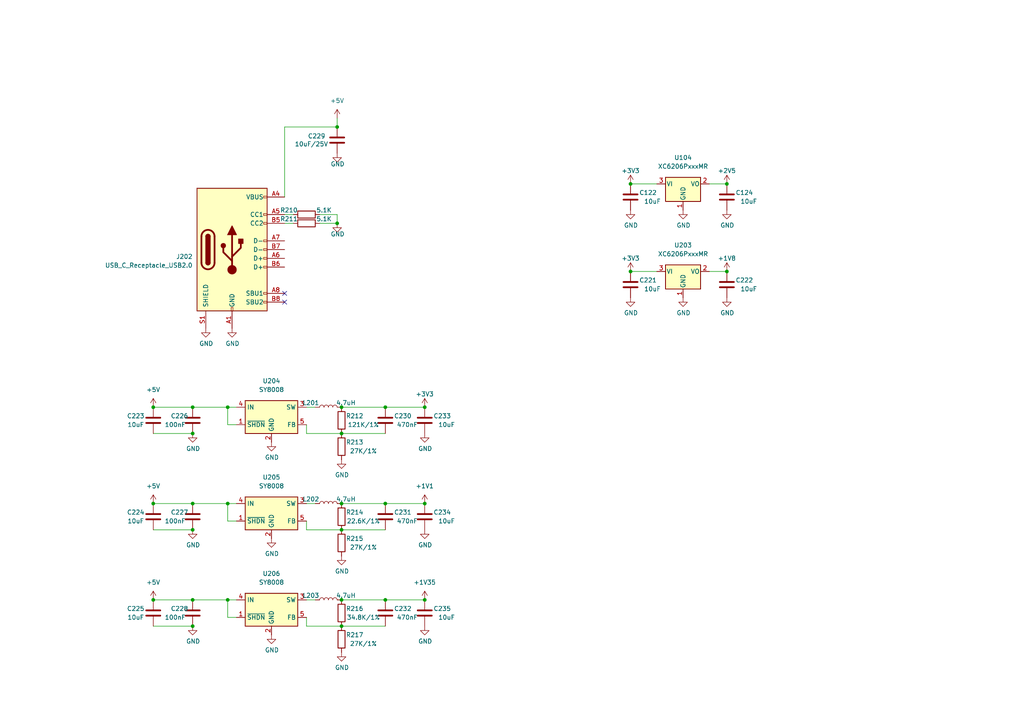
<source format=kicad_sch>
(kicad_sch (version 20210621) (generator eeschema)
  (paper "A4")
  (lib_symbols
    (symbol "Connector:USB_C_Receptacle_USB2.0" (pin_names (offset 1.016))
      (property "Reference" "J" (at -10.16 19.05 0))
      (property "Value" "USB_C_Receptacle_USB2.0" (at 19.05 19.05 0))
      (symbol "USB_C_Receptacle_USB2.0_0_0"
        (rectangle (start -0.254 -17.78) (end 0.254 -16.764))
        (rectangle (start 10.16 -14.986) (end 9.144 -15.494))
        (rectangle (start 10.16 -12.446) (end 9.144 -12.954))
        (rectangle (start 10.16 -4.826) (end 9.144 -5.334))
        (rectangle (start 10.16 -2.286) (end 9.144 -2.794))
        (rectangle (start 10.16 0.254) (end 9.144 -0.254))
        (rectangle (start 10.16 2.794) (end 9.144 2.286))
        (rectangle (start 10.16 7.874) (end 9.144 7.366))
        (rectangle (start 10.16 10.414) (end 9.144 9.906))
        (rectangle (start 10.16 15.494) (end 9.144 14.986))
      )
      (symbol "USB_C_Receptacle_USB2.0_0_1"
        (arc (start -8.89 -3.81) (end -5.08 -3.81) (radius (at -6.985 -3.81) (length 1.905) (angles -179.9 -0.1)) (stroke (width 0.508)))
        (arc (start -7.62 -3.81) (end -6.35 -3.81) (radius (at -6.985 -3.81) (length 0.635) (angles -179.9 -0.1)) (stroke (width 0.254)))
        (arc (start -6.35 3.81) (end -7.62 3.81) (radius (at -6.985 3.81) (length 0.635) (angles 0.1 179.9)) (stroke (width 0.254)))
        (arc (start -5.08 3.81) (end -8.89 3.81) (radius (at -6.985 3.81) (length 1.905) (angles 0.1 179.9)) (stroke (width 0.508)))
        (arc (start -7.62 -3.81) (end -6.35 -3.81) (radius (at -6.985 -3.81) (length 0.635) (angles -179.9 -0.1)) (stroke (width 0.254)) (fill (type outline)))
        (arc (start -6.35 3.81) (end -7.62 3.81) (radius (at -6.985 3.81) (length 0.635) (angles 0.1 179.9)) (stroke (width 0.254)) (fill (type outline)))
        (circle (center -2.54 1.143) (radius 0.635) (stroke (width 0.254)) (fill (type outline)))
        (circle (center 0 -5.842) (radius 1.27) (fill (type outline)))
        (rectangle (start -7.62 -3.81) (end -6.35 3.81) (stroke (width 0.254)) (fill (type outline)))
        (rectangle (start 1.905 1.778) (end 3.175 3.048) (stroke (width 0.254)) (fill (type outline)))
        (rectangle (start -10.16 17.78) (end 10.16 -17.78) (stroke (width 0.254)) (fill (type background)))
        (polyline (pts (xy -8.89 -3.81) (xy -8.89 3.81)) (stroke (width 0.508)))
        (polyline (pts (xy -5.08 3.81) (xy -5.08 -3.81)) (stroke (width 0.508)))
        (polyline (pts (xy 0 -5.842) (xy 0 4.318)) (stroke (width 0.508)))
        (polyline (pts (xy 0 -3.302) (xy -2.54 -0.762) (xy -2.54 0.508)) (stroke (width 0.508)))
        (polyline (pts (xy 0 -2.032) (xy 2.54 0.508) (xy 2.54 1.778)) (stroke (width 0.508)))
        (polyline (pts (xy -1.27 4.318) (xy 0 6.858) (xy 1.27 4.318) (xy -1.27 4.318)) (stroke (width 0.254)) (fill (type outline)))
      )
      (symbol "USB_C_Receptacle_USB2.0_1_1"
        (pin passive line (at 0 -22.86 90) (length 5.08) (name "GND") (number "A1"))
        (pin passive line (at 0 -22.86 90) (length 5.08) hide (name "GND") (number "A12"))
        (pin passive line (at 15.24 15.24 180) (length 5.08) (name "VBUS") (number "A4"))
        (pin bidirectional line (at 15.24 10.16 180) (length 5.08) (name "CC1") (number "A5"))
        (pin bidirectional line (at 15.24 -2.54 180) (length 5.08) (name "D+") (number "A6"))
        (pin bidirectional line (at 15.24 2.54 180) (length 5.08) (name "D-") (number "A7"))
        (pin bidirectional line (at 15.24 -12.7 180) (length 5.08) (name "SBU1") (number "A8"))
        (pin passive line (at 15.24 15.24 180) (length 5.08) hide (name "VBUS") (number "A9"))
        (pin passive line (at 0 -22.86 90) (length 5.08) hide (name "GND") (number "B1"))
        (pin passive line (at 0 -22.86 90) (length 5.08) hide (name "GND") (number "B12"))
        (pin passive line (at 15.24 15.24 180) (length 5.08) hide (name "VBUS") (number "B4"))
        (pin bidirectional line (at 15.24 7.62 180) (length 5.08) (name "CC2") (number "B5"))
        (pin bidirectional line (at 15.24 -5.08 180) (length 5.08) (name "D+") (number "B6"))
        (pin bidirectional line (at 15.24 0 180) (length 5.08) (name "D-") (number "B7"))
        (pin bidirectional line (at 15.24 -15.24 180) (length 5.08) (name "SBU2") (number "B8"))
        (pin passive line (at 15.24 15.24 180) (length 5.08) hide (name "VBUS") (number "B9"))
        (pin passive line (at -7.62 -22.86 90) (length 5.08) (name "SHIELD") (number "S1"))
      )
    )
    (symbol "Device:C" (pin_numbers hide) (pin_names (offset 0.254))
      (property "Reference" "C" (at 0.635 2.54 0))
      (property "Value" "C" (at 0.635 -2.54 0))
      (symbol "C_0_1"
        (polyline (pts (xy -2.032 -0.762) (xy 2.032 -0.762)) (stroke (width 0.508)))
        (polyline (pts (xy -2.032 0.762) (xy 2.032 0.762)) (stroke (width 0.508)))
      )
      (symbol "C_1_1"
        (pin passive line (at 0 3.81 270) (length 2.794) (name "~") (number "1"))
        (pin passive line (at 0 -3.81 90) (length 2.794) (name "~") (number "2"))
      )
    )
    (symbol "Device:L" (pin_numbers hide) (pin_names (offset 1.016) hide)
      (property "Reference" "L" (at -1.27 0 90))
      (property "Value" "L" (at 1.905 0 90))
      (symbol "L_0_1"
        (arc (start 0 -2.54) (end 0 -1.27) (radius (at 0 -1.905) (length 0.635) (angles -89.9 89.9)))
        (arc (start 0 -1.27) (end 0 0) (radius (at 0 -0.635) (length 0.635) (angles -89.9 89.9)))
        (arc (start 0 0) (end 0 1.27) (radius (at 0 0.635) (length 0.635) (angles -89.9 89.9)))
        (arc (start 0 1.27) (end 0 2.54) (radius (at 0 1.905) (length 0.635) (angles -89.9 89.9)))
      )
      (symbol "L_1_1"
        (pin passive line (at 0 3.81 270) (length 1.27) (name "1") (number "1"))
        (pin passive line (at 0 -3.81 90) (length 1.27) (name "2") (number "2"))
      )
    )
    (symbol "Device:R" (pin_numbers hide) (pin_names (offset 0))
      (property "Reference" "R" (at 2.032 0 90))
      (property "Value" "R" (at 0 0 90))
      (symbol "R_0_1"
        (rectangle (start -1.016 -2.54) (end 1.016 2.54) (stroke (width 0.254)))
      )
      (symbol "R_1_1"
        (pin passive line (at 0 3.81 270) (length 1.27) (name "~") (number "1"))
        (pin passive line (at 0 -3.81 90) (length 1.27) (name "~") (number "2"))
      )
    )
    (symbol "Regulator_Linear:XC6206PxxxMR" (pin_names (offset 0.254))
      (property "Reference" "U" (at -3.81 3.175 0))
      (property "Value" "XC6206PxxxMR" (at 0 3.175 0))
      (symbol "XC6206PxxxMR_0_1"
        (rectangle (start -5.08 1.905) (end 5.08 -5.08) (stroke (width 0.254)) (fill (type background)))
      )
      (symbol "XC6206PxxxMR_1_1"
        (pin power_in line (at 0 -7.62 90) (length 2.54) (name "GND") (number "1"))
        (pin power_out line (at 7.62 0 180) (length 2.54) (name "VO") (number "2"))
        (pin power_in line (at -7.62 0 0) (length 2.54) (name "VI") (number "3"))
      )
    )
    (symbol "power:+1V1" (power) (pin_names (offset 0))
      (property "Value" "+1V1" (at 0 3.556 0))
      (symbol "+1V1_0_1"
        (polyline (pts (xy -0.762 1.27) (xy 0 2.54)))
        (polyline (pts (xy 0 0) (xy 0 2.54)))
        (polyline (pts (xy 0 2.54) (xy 0.762 1.27)))
      )
      (symbol "+1V1_1_1"
        (pin power_in line (at 0 0 90) (length 0) hide (name "+1V1") (number "1"))
      )
    )
    (symbol "power:+1V35" (power) (pin_names (offset 0))
      (property "Value" "+1V35" (at 0 3.556 0))
      (symbol "+1V35_0_1"
        (polyline (pts (xy -0.762 1.27) (xy 0 2.54)))
        (polyline (pts (xy 0 0) (xy 0 2.54)))
        (polyline (pts (xy 0 2.54) (xy 0.762 1.27)))
      )
      (symbol "+1V35_1_1"
        (pin power_in line (at 0 0 90) (length 0) hide (name "+1V35") (number "1"))
      )
    )
    (symbol "power:+1V8" (power) (pin_names (offset 0))
      (property "Value" "+1V8" (at 0 3.556 0))
      (symbol "+1V8_0_1"
        (polyline (pts (xy -0.762 1.27) (xy 0 2.54)))
        (polyline (pts (xy 0 0) (xy 0 2.54)))
        (polyline (pts (xy 0 2.54) (xy 0.762 1.27)))
      )
      (symbol "+1V8_1_1"
        (pin power_in line (at 0 0 90) (length 0) hide (name "+1V8") (number "1"))
      )
    )
    (symbol "power:+2V5" (power) (pin_names (offset 0))
      (property "Value" "+2V5" (at 0 3.556 0))
      (symbol "+2V5_0_1"
        (polyline (pts (xy -0.762 1.27) (xy 0 2.54)))
        (polyline (pts (xy 0 0) (xy 0 2.54)))
        (polyline (pts (xy 0 2.54) (xy 0.762 1.27)))
      )
      (symbol "+2V5_1_1"
        (pin power_in line (at 0 0 90) (length 0) hide (name "+2V5") (number "1"))
      )
    )
    (symbol "power:+3V3" (power) (pin_names (offset 0))
      (property "Value" "+3V3" (at 0 3.556 0))
      (symbol "+3V3_0_1"
        (polyline (pts (xy -0.762 1.27) (xy 0 2.54)))
        (polyline (pts (xy 0 0) (xy 0 2.54)))
        (polyline (pts (xy 0 2.54) (xy 0.762 1.27)))
      )
      (symbol "+3V3_1_1"
        (pin power_in line (at 0 0 90) (length 0) hide (name "+3V3") (number "1"))
      )
    )
    (symbol "power:+5V" (power) (pin_names (offset 0))
      (property "Value" "+5V" (at 0 3.556 0))
      (symbol "+5V_0_1"
        (polyline (pts (xy -0.762 1.27) (xy 0 2.54)))
        (polyline (pts (xy 0 0) (xy 0 2.54)))
        (polyline (pts (xy 0 2.54) (xy 0.762 1.27)))
      )
      (symbol "+5V_1_1"
        (pin power_in line (at 0 0 90) (length 0) hide (name "+5V") (number "1"))
      )
    )
    (symbol "power:GND" (power) (pin_names (offset 0))
      (property "Value" "GND" (at 0 -3.81 0))
      (symbol "GND_0_1"
        (polyline (pts (xy 0 0) (xy 0 -1.27) (xy 1.27 -1.27) (xy 0 -2.54) (xy -1.27 -1.27) (xy 0 -1.27)))
      )
      (symbol "GND_1_1"
        (pin power_in line (at 0 0 270) (length 0) hide (name "GND") (number "1"))
      )
    )
    (symbol "symbols:SY8008"
      (property "Reference" "U" (at -7.62 5.715 0))
      (property "Value" "SY8008" (at 0 5.715 0))
      (symbol "SY8008_0_1"
        (rectangle (start -7.62 4.445) (end 7.62 -5.08) (stroke (width 0.254)) (fill (type background)))
      )
      (symbol "SY8008_1_1"
        (pin input line (at -10.16 -2.54 0) (length 2.54) (name "~{SHDN}") (number "1"))
        (pin power_in line (at 0 -7.62 90) (length 2.54) (name "GND") (number "2"))
        (pin passive line (at 10.16 2.54 180) (length 2.54) (name "SW") (number "3"))
        (pin power_in line (at -10.16 2.54 0) (length 2.54) (name "IN") (number "4"))
        (pin input line (at 10.16 -2.54 180) (length 2.54) (name "FB") (number "5"))
      )
    )
  )
  (junction (at 44.45 118.11))
  (junction (at 44.45 146.05))
  (junction (at 44.45 173.99))
  (junction (at 55.88 118.11) (diameter 0.9144))
  (junction (at 55.88 125.73) (diameter 0.9144))
  (junction (at 55.88 146.05) (diameter 0.9144))
  (junction (at 55.88 153.67) (diameter 0.9144))
  (junction (at 55.88 173.99) (diameter 0.9144))
  (junction (at 55.88 181.61) (diameter 0.9144))
  (junction (at 66.04 118.11))
  (junction (at 66.04 146.05))
  (junction (at 66.04 173.99))
  (junction (at 97.79 36.83) (diameter 0.9144))
  (junction (at 97.79 64.77))
  (junction (at 99.06 118.11))
  (junction (at 99.06 125.73))
  (junction (at 99.06 146.05))
  (junction (at 99.06 153.67))
  (junction (at 99.06 173.99))
  (junction (at 99.06 181.61))
  (junction (at 111.76 118.11))
  (junction (at 111.76 146.05))
  (junction (at 111.76 173.99))
  (junction (at 123.19 118.11))
  (junction (at 123.19 146.05))
  (junction (at 123.19 173.99))
  (junction (at 182.88 53.34))
  (junction (at 182.88 78.74))
  (junction (at 210.82 53.34))
  (junction (at 210.82 78.74))
  (no_connect (at 82.55 85.09))
  (no_connect (at 82.55 87.63))
  (wire (pts (xy 44.45 118.11) (xy 55.88 118.11)))
  (wire (pts (xy 44.45 125.73) (xy 55.88 125.73)))
  (wire (pts (xy 44.45 146.05) (xy 55.88 146.05)))
  (wire (pts (xy 44.45 153.67) (xy 55.88 153.67)))
  (wire (pts (xy 44.45 173.99) (xy 55.88 173.99)))
  (wire (pts (xy 44.45 181.61) (xy 55.88 181.61)))
  (wire (pts (xy 55.88 118.11) (xy 66.04 118.11)))
  (wire (pts (xy 55.88 146.05) (xy 66.04 146.05)))
  (wire (pts (xy 55.88 173.99) (xy 66.04 173.99)))
  (wire (pts (xy 66.04 118.11) (xy 66.04 123.19)))
  (wire (pts (xy 66.04 118.11) (xy 68.58 118.11)))
  (wire (pts (xy 66.04 146.05) (xy 68.58 146.05)))
  (wire (pts (xy 66.04 151.13) (xy 66.04 146.05)))
  (wire (pts (xy 66.04 173.99) (xy 68.58 173.99)))
  (wire (pts (xy 66.04 179.07) (xy 66.04 173.99)))
  (wire (pts (xy 68.58 123.19) (xy 66.04 123.19)))
  (wire (pts (xy 68.58 151.13) (xy 66.04 151.13)))
  (wire (pts (xy 68.58 179.07) (xy 66.04 179.07)))
  (wire (pts (xy 82.55 36.83) (xy 97.79 36.83)))
  (wire (pts (xy 82.55 57.15) (xy 82.55 36.83)))
  (wire (pts (xy 82.55 64.77) (xy 85.09 64.77)))
  (wire (pts (xy 85.09 62.23) (xy 82.55 62.23)))
  (wire (pts (xy 88.9 125.73) (xy 88.9 123.19)))
  (wire (pts (xy 88.9 153.67) (xy 88.9 151.13)))
  (wire (pts (xy 88.9 181.61) (xy 88.9 179.07)))
  (wire (pts (xy 91.44 118.11) (xy 88.9 118.11)))
  (wire (pts (xy 91.44 146.05) (xy 88.9 146.05)))
  (wire (pts (xy 91.44 173.99) (xy 88.9 173.99)))
  (wire (pts (xy 92.71 62.23) (xy 97.79 62.23)))
  (wire (pts (xy 92.71 64.77) (xy 97.79 64.77)))
  (wire (pts (xy 97.79 34.29) (xy 97.79 36.83)))
  (wire (pts (xy 97.79 62.23) (xy 97.79 64.77)))
  (wire (pts (xy 99.06 118.11) (xy 111.76 118.11)))
  (wire (pts (xy 99.06 125.73) (xy 88.9 125.73)))
  (wire (pts (xy 99.06 125.73) (xy 111.76 125.73)))
  (wire (pts (xy 99.06 146.05) (xy 111.76 146.05)))
  (wire (pts (xy 99.06 153.67) (xy 88.9 153.67)))
  (wire (pts (xy 99.06 153.67) (xy 111.76 153.67)))
  (wire (pts (xy 99.06 173.99) (xy 111.76 173.99)))
  (wire (pts (xy 99.06 181.61) (xy 88.9 181.61)))
  (wire (pts (xy 99.06 181.61) (xy 111.76 181.61)))
  (wire (pts (xy 111.76 118.11) (xy 123.19 118.11)))
  (wire (pts (xy 111.76 146.05) (xy 123.19 146.05)))
  (wire (pts (xy 111.76 173.99) (xy 123.19 173.99)))
  (wire (pts (xy 182.88 53.34) (xy 190.5 53.34)))
  (wire (pts (xy 182.88 78.74) (xy 190.5 78.74)))
  (wire (pts (xy 205.74 53.34) (xy 210.82 53.34)))
  (wire (pts (xy 205.74 78.74) (xy 210.82 78.74)))
  (symbol (lib_id "power:+5V") (at 44.45 118.11 0) (unit 1)
    (property "Reference" "#PWR0120" (effects hide))
    (property "Value" "+5V" (at 44.45 113.03 0))
  )
  (symbol (lib_id "power:+5V") (at 44.45 146.05 0) (unit 1)
    (property "Reference" "#PWR0110" (effects hide))
    (property "Value" "+5V" (at 44.45 140.97 0))
  )
  (symbol (lib_id "power:+5V") (at 44.45 173.99 0) (unit 1)
    (property "Reference" "#PWR0112" (effects hide))
    (property "Value" "+5V" (at 44.45 168.91 0))
  )
  (symbol (lib_id "power:+5V") (at 97.79 34.29 0) (unit 1)
    (property "Reference" "#PWR0104" (effects hide))
    (property "Value" "+5V" (at 97.79 29.21 0))
  )
  (symbol (lib_id "power:+3V3") (at 123.19 118.11 0) (unit 1)
    (property "Reference" "#PWR0108" (effects hide))
    (property "Value" "+3V3" (at 123.19 114.3 0))
  )
  (symbol (lib_id "power:+1V1") (at 123.19 146.05 0) (unit 1)
    (property "Reference" "#PWR0107" (effects hide))
    (property "Value" "+1V1" (at 123.19 140.97 0))
  )
  (symbol (lib_id "power:+1V35") (at 123.19 173.99 0) (unit 1)
    (property "Reference" "#PWR0123" (effects hide))
    (property "Value" "+1V35" (at 123.19 168.91 0))
  )
  (symbol (lib_id "power:+3V3") (at 182.88 53.34 0) (unit 1)
    (property "Reference" "#PWR0128" (effects hide))
    (property "Value" "+3V3" (at 182.88 49.53 0))
  )
  (symbol (lib_id "power:+3V3") (at 182.88 78.74 0) (unit 1)
    (property "Reference" "#PWR0224" (effects hide))
    (property "Value" "+3V3" (at 182.88 74.93 0))
  )
  (symbol (lib_id "power:+2V5") (at 210.82 53.34 0) (unit 1)
    (property "Reference" "#PWR0134" (effects hide))
    (property "Value" "+2V5" (at 210.82 49.53 0))
  )
  (symbol (lib_id "power:+1V8") (at 210.82 78.74 0) (unit 1)
    (property "Reference" "#PWR0227" (effects hide))
    (property "Value" "+1V8" (at 210.82 74.93 0))
  )
  (symbol (lib_id "power:GND") (at 55.88 125.73 0) (unit 1)
    (property "Reference" "#PWR0119" (effects hide))
    (property "Value" "GND" (at 56.007 130.1242 0))
  )
  (symbol (lib_id "power:GND") (at 55.88 153.67 0) (unit 1)
    (property "Reference" "#PWR0111" (effects hide))
    (property "Value" "GND" (at 56.007 158.0642 0))
  )
  (symbol (lib_id "power:GND") (at 55.88 181.61 0) (unit 1)
    (property "Reference" "#PWR0116" (effects hide))
    (property "Value" "GND" (at 56.007 186.0042 0))
  )
  (symbol (lib_id "power:GND") (at 59.69 95.25 0) (unit 1)
    (property "Reference" "#PWR0102" (effects hide))
    (property "Value" "GND" (at 59.817 99.6442 0))
  )
  (symbol (lib_id "power:GND") (at 67.31 95.25 0) (unit 1)
    (property "Reference" "#PWR0101" (effects hide))
    (property "Value" "GND" (at 67.437 99.6442 0))
  )
  (symbol (lib_id "power:GND") (at 78.74 128.27 0) (unit 1)
    (property "Reference" "#PWR0113" (effects hide))
    (property "Value" "GND" (at 78.867 132.6642 0))
  )
  (symbol (lib_id "power:GND") (at 78.74 156.21 0) (unit 1)
    (property "Reference" "#PWR0114" (effects hide))
    (property "Value" "GND" (at 78.867 160.6042 0))
  )
  (symbol (lib_id "power:GND") (at 78.74 184.15 0) (unit 1)
    (property "Reference" "#PWR0117" (effects hide))
    (property "Value" "GND" (at 78.867 188.5442 0))
  )
  (symbol (lib_id "power:GND") (at 97.79 44.45 0) (unit 1)
    (property "Reference" "#PWR0103" (effects hide))
    (property "Value" "GND" (at 97.917 47.5742 0))
  )
  (symbol (lib_id "power:GND") (at 97.79 64.77 0) (unit 1)
    (property "Reference" "#PWR0105" (effects hide))
    (property "Value" "GND" (at 97.917 67.8942 0))
  )
  (symbol (lib_id "power:GND") (at 99.06 133.35 0) (unit 1)
    (property "Reference" "#PWR0109" (effects hide))
    (property "Value" "GND" (at 99.187 137.7442 0))
  )
  (symbol (lib_id "power:GND") (at 99.06 161.29 0) (unit 1)
    (property "Reference" "#PWR0115" (effects hide))
    (property "Value" "GND" (at 99.187 165.6842 0))
  )
  (symbol (lib_id "power:GND") (at 99.06 189.23 0) (unit 1)
    (property "Reference" "#PWR0118" (effects hide))
    (property "Value" "GND" (at 99.187 193.6242 0))
  )
  (symbol (lib_id "power:GND") (at 123.19 125.73 0) (unit 1)
    (property "Reference" "#PWR0106" (effects hide))
    (property "Value" "GND" (at 123.317 130.1242 0))
  )
  (symbol (lib_id "power:GND") (at 123.19 153.67 0) (unit 1)
    (property "Reference" "#PWR0122" (effects hide))
    (property "Value" "GND" (at 123.317 158.0642 0))
  )
  (symbol (lib_id "power:GND") (at 123.19 181.61 0) (unit 1)
    (property "Reference" "#PWR0121" (effects hide))
    (property "Value" "GND" (at 123.317 186.0042 0))
  )
  (symbol (lib_id "power:GND") (at 182.88 60.96 0) (unit 1)
    (property "Reference" "#PWR0129" (effects hide))
    (property "Value" "GND" (at 183.007 65.3542 0))
  )
  (symbol (lib_id "power:GND") (at 182.88 86.36 0) (unit 1)
    (property "Reference" "#PWR0225" (effects hide))
    (property "Value" "GND" (at 183.007 90.7542 0))
  )
  (symbol (lib_id "power:GND") (at 198.12 60.96 0) (unit 1)
    (property "Reference" "#PWR0132" (effects hide))
    (property "Value" "GND" (at 198.247 65.3542 0))
  )
  (symbol (lib_id "power:GND") (at 198.12 86.36 0) (unit 1)
    (property "Reference" "#PWR0226" (effects hide))
    (property "Value" "GND" (at 198.247 90.7542 0))
  )
  (symbol (lib_id "power:GND") (at 210.82 60.96 0) (unit 1)
    (property "Reference" "#PWR0135" (effects hide))
    (property "Value" "GND" (at 210.947 65.3542 0))
  )
  (symbol (lib_id "power:GND") (at 210.82 86.36 0) (unit 1)
    (property "Reference" "#PWR0228" (effects hide))
    (property "Value" "GND" (at 210.947 90.7542 0))
  )
  (symbol (lib_id "Device:L") (at 95.25 118.11 90) (unit 1)
    (property "Reference" "L201" (at 90.17 116.84 90))
    (property "Value" "4.7uH" (at 100.33 116.84 90))
    (property "Footprint" "footprints:L_1212" (effects hide))
  )
  (symbol (lib_id "Device:L") (at 95.25 146.05 90) (unit 1)
    (property "Reference" "L202" (at 90.17 144.78 90))
    (property "Value" "4.7uH" (at 100.33 144.78 90))
    (property "Footprint" "footprints:L_1212" (effects hide))
  )
  (symbol (lib_id "Device:L") (at 95.25 173.99 90) (unit 1)
    (property "Reference" "L203" (at 90.17 172.72 90))
    (property "Value" "4.7uH" (at 100.33 172.72 90))
    (property "Footprint" "footprints:L_1212" (effects hide))
  )
  (symbol (lib_id "Device:R") (at 88.9 62.23 270) (unit 1)
    (property "Reference" "R210" (at 83.82 60.96 90))
    (property "Value" "5.1K" (at 93.98 60.96 90))
    (property "Footprint" "Resistor_SMD:R_0402_1005Metric" (effects hide))
  )
  (symbol (lib_id "Device:R") (at 88.9 64.77 270) (unit 1)
    (property "Reference" "R211" (at 83.82 63.5 90))
    (property "Value" "5.1K" (at 93.98 63.5 90))
    (property "Footprint" "Resistor_SMD:R_0402_1005Metric" (effects hide))
  )
  (symbol (lib_id "Device:R") (at 99.06 121.92 180) (unit 1)
    (property "Reference" "R212" (at 102.87 120.65 0))
    (property "Value" "121K/1%" (at 105.41 123.19 0))
    (property "Footprint" "Resistor_SMD:R_0402_1005Metric" (effects hide))
  )
  (symbol (lib_id "Device:R") (at 99.06 129.54 180) (unit 1)
    (property "Reference" "R213" (at 102.87 128.27 0))
    (property "Value" "27K/1%" (at 105.41 130.81 0))
    (property "Footprint" "Resistor_SMD:R_0402_1005Metric" (effects hide))
  )
  (symbol (lib_id "Device:R") (at 99.06 149.86 180) (unit 1)
    (property "Reference" "R214" (at 102.87 148.59 0))
    (property "Value" "22.6K/1%" (at 105.41 151.13 0))
    (property "Footprint" "Resistor_SMD:R_0402_1005Metric" (effects hide))
  )
  (symbol (lib_id "Device:R") (at 99.06 157.48 180) (unit 1)
    (property "Reference" "R215" (at 102.87 156.21 0))
    (property "Value" "27K/1%" (at 105.41 158.75 0))
    (property "Footprint" "Resistor_SMD:R_0402_1005Metric" (effects hide))
  )
  (symbol (lib_id "Device:R") (at 99.06 177.8 180) (unit 1)
    (property "Reference" "R216" (at 102.87 176.53 0))
    (property "Value" "34.8K/1%" (at 105.41 179.07 0))
    (property "Footprint" "Resistor_SMD:R_0402_1005Metric" (effects hide))
  )
  (symbol (lib_id "Device:R") (at 99.06 185.42 180) (unit 1)
    (property "Reference" "R217" (at 102.87 184.15 0))
    (property "Value" "27K/1%" (at 105.41 186.69 0))
    (property "Footprint" "Resistor_SMD:R_0402_1005Metric" (effects hide))
  )
  (symbol (lib_id "Device:C") (at 44.45 121.92 180) (unit 1)
    (property "Reference" "C223" (at 39.37 120.65 0))
    (property "Value" "10uF" (at 39.37 123.19 0))
    (property "Footprint" "Capacitor_SMD:C_0805_2012Metric" (effects hide))
  )
  (symbol (lib_id "Device:C") (at 44.45 149.86 180) (unit 1)
    (property "Reference" "C224" (at 39.37 148.59 0))
    (property "Value" "10uF" (at 39.37 151.13 0))
    (property "Footprint" "Capacitor_SMD:C_0805_2012Metric" (effects hide))
  )
  (symbol (lib_id "Device:C") (at 44.45 177.8 180) (unit 1)
    (property "Reference" "C225" (at 39.37 176.53 0))
    (property "Value" "10uF" (at 39.37 179.07 0))
    (property "Footprint" "Capacitor_SMD:C_0805_2012Metric" (effects hide))
  )
  (symbol (lib_id "Device:C") (at 55.88 121.92 180) (unit 1)
    (property "Reference" "C226" (at 52.07 120.65 0))
    (property "Value" "100nF" (at 50.8 123.19 0))
    (property "Footprint" "Capacitor_SMD:C_0402_1005Metric" (effects hide))
  )
  (symbol (lib_id "Device:C") (at 55.88 149.86 180) (unit 1)
    (property "Reference" "C227" (at 52.07 148.59 0))
    (property "Value" "100nF" (at 50.8 151.13 0))
    (property "Footprint" "Capacitor_SMD:C_0402_1005Metric" (effects hide))
  )
  (symbol (lib_id "Device:C") (at 55.88 177.8 180) (unit 1)
    (property "Reference" "C228" (at 52.07 176.53 0))
    (property "Value" "100nF" (at 50.8 179.07 0))
    (property "Footprint" "Capacitor_SMD:C_0402_1005Metric" (effects hide))
  )
  (symbol (lib_id "Device:C") (at 97.79 40.64 0) (unit 1)
    (property "Reference" "C229" (at 89.281 39.472 0) (effects (justify left)))
    (property "Value" "10uF/25V" (at 85.471 41.783 0) (effects (justify left)))
    (property "Footprint" "Capacitor_SMD:C_0805_2012Metric" (effects hide))
  )
  (symbol (lib_id "Device:C") (at 111.76 121.92 180) (unit 1)
    (property "Reference" "C230" (at 116.84 120.65 0))
    (property "Value" "470nF" (at 118.11 123.19 0))
    (property "Footprint" "Capacitor_SMD:C_0402_1005Metric" (effects hide))
  )
  (symbol (lib_id "Device:C") (at 111.76 149.86 180) (unit 1)
    (property "Reference" "C231" (at 116.84 148.59 0))
    (property "Value" "470nF" (at 118.11 151.13 0))
    (property "Footprint" "Capacitor_SMD:C_0402_1005Metric" (effects hide))
  )
  (symbol (lib_id "Device:C") (at 111.76 177.8 180) (unit 1)
    (property "Reference" "C232" (at 116.84 176.53 0))
    (property "Value" "470nF" (at 118.11 179.07 0))
    (property "Footprint" "Capacitor_SMD:C_0402_1005Metric" (effects hide))
  )
  (symbol (lib_id "Device:C") (at 123.19 121.92 180) (unit 1)
    (property "Reference" "C233" (at 128.27 120.65 0))
    (property "Value" "10uF" (at 129.54 123.19 0))
    (property "Footprint" "Capacitor_SMD:C_0603_1608Metric" (effects hide))
  )
  (symbol (lib_id "Device:C") (at 123.19 149.86 180) (unit 1)
    (property "Reference" "C234" (at 128.27 148.59 0))
    (property "Value" "10uF" (at 129.54 151.13 0))
    (property "Footprint" "Capacitor_SMD:C_0603_1608Metric" (effects hide))
  )
  (symbol (lib_id "Device:C") (at 123.19 177.8 180) (unit 1)
    (property "Reference" "C235" (at 128.27 176.53 0))
    (property "Value" "10uF" (at 129.54 179.07 0))
    (property "Footprint" "Capacitor_SMD:C_0603_1608Metric" (effects hide))
  )
  (symbol (lib_id "Device:C") (at 182.88 57.15 180) (unit 1)
    (property "Reference" "C122" (at 187.96 55.88 0))
    (property "Value" "10uF" (at 189.23 58.42 0))
    (property "Footprint" "Capacitor_SMD:C_0603_1608Metric" (effects hide))
  )
  (symbol (lib_id "Device:C") (at 182.88 82.55 180) (unit 1)
    (property "Reference" "C221" (at 187.96 81.28 0))
    (property "Value" "10uF" (at 189.23 83.82 0))
    (property "Footprint" "Capacitor_SMD:C_0603_1608Metric" (effects hide))
  )
  (symbol (lib_id "Device:C") (at 210.82 57.15 180) (unit 1)
    (property "Reference" "C124" (at 215.9 55.88 0))
    (property "Value" "10uF" (at 217.17 58.42 0))
    (property "Footprint" "Capacitor_SMD:C_0603_1608Metric" (effects hide))
  )
  (symbol (lib_id "Device:C") (at 210.82 82.55 180) (unit 1)
    (property "Reference" "C222" (at 215.9 81.28 0))
    (property "Value" "10uF" (at 217.17 83.82 0))
    (property "Footprint" "Capacitor_SMD:C_0603_1608Metric" (effects hide))
  )
  (symbol (lib_id "Regulator_Linear:XC6206PxxxMR") (at 198.12 53.34 0) (unit 1)
    (property "Reference" "U104" (at 198.12 45.72 0))
    (property "Value" "XC6206PxxxMR" (at 198.12 48.26 0))
    (property "Footprint" "Package_TO_SOT_SMD:SOT-23" (effects hide))
    (property "Datasheet" "https://www.torexsemi.com/file/xc6206/XC6206.pdf" (effects hide))
  )
  (symbol (lib_id "Regulator_Linear:XC6206PxxxMR") (at 198.12 78.74 0) (unit 1)
    (property "Reference" "U203" (at 198.12 71.12 0))
    (property "Value" "XC6206PxxxMR" (at 198.12 73.66 0))
    (property "Footprint" "Package_TO_SOT_SMD:SOT-23" (effects hide))
    (property "Datasheet" "https://www.torexsemi.com/file/xc6206/XC6206.pdf" (effects hide))
  )
  (symbol (lib_id "symbols:SY8008") (at 78.74 120.65 0) (unit 1)
    (property "Reference" "U204" (at 78.74 110.49 0))
    (property "Value" "SY8008" (at 78.74 113.03 0))
    (property "Footprint" "Package_TO_SOT_SMD:TSOT-23-5" (effects hide))
  )
  (symbol (lib_id "symbols:SY8008") (at 78.74 148.59 0) (unit 1)
    (property "Reference" "U205" (at 78.74 138.43 0))
    (property "Value" "SY8008" (at 78.74 140.97 0))
    (property "Footprint" "Package_TO_SOT_SMD:TSOT-23-5" (effects hide))
  )
  (symbol (lib_id "symbols:SY8008") (at 78.74 176.53 0) (unit 1)
    (property "Reference" "U206" (at 78.74 166.37 0))
    (property "Value" "SY8008" (at 78.74 168.91 0))
    (property "Footprint" "Package_TO_SOT_SMD:TSOT-23-5" (effects hide))
  )
  (symbol (lib_id "Connector:USB_C_Receptacle_USB2.0") (at 67.31 72.39 0) (unit 1)
    (property "Reference" "J202" (at 55.88 74.4219 0) (effects (justify right)))
    (property "Value" "USB_C_Receptacle_USB2.0" (at 55.88 76.9619 0) (effects (justify right)))
    (property "Footprint" "Connector_USB:USB_C_Receptacle_HRO_TYPE-C-31-M-12" (effects hide))
    (property "Datasheet" "https://www.usb.org/sites/default/files/documents/usb_type-c.zip" (effects hide))
  )
)
</source>
